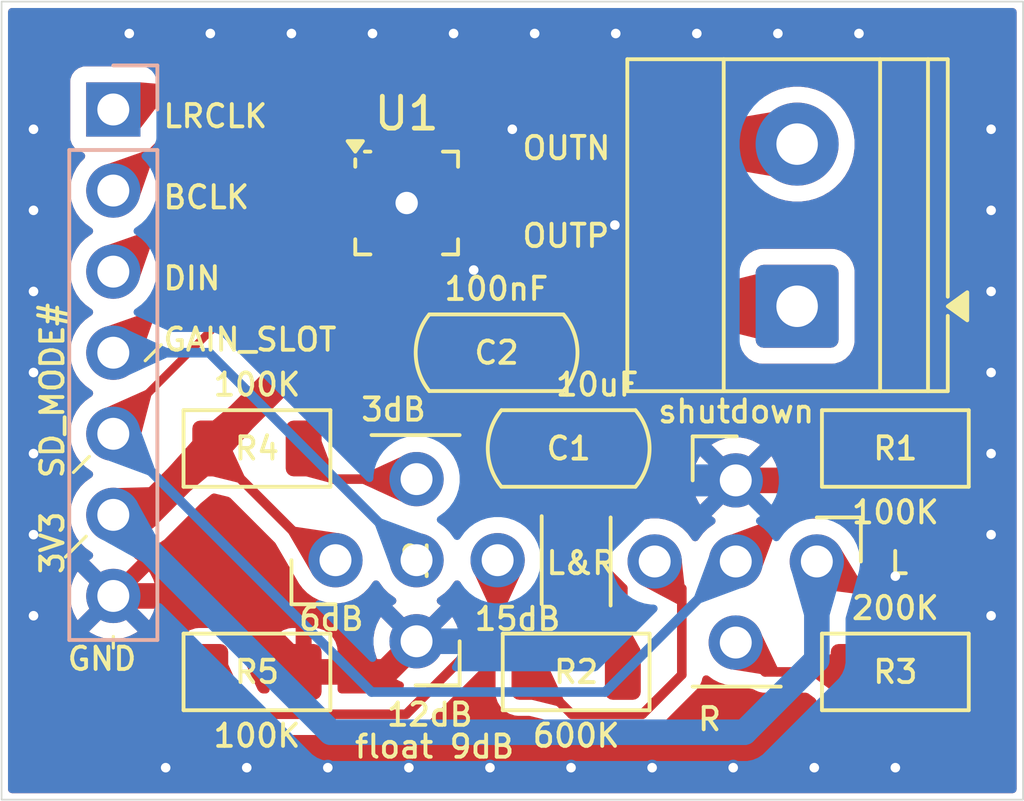
<source format=kicad_pcb>
(kicad_pcb (version 20241229) (generator "pcbnew") (generator_version "9.0")
  (layers (0 "F.Cu" signal) (2 "B.Cu" signal) (13 "F.Paste" user) (15 "B.Paste" user) (5 "F.SilkS" user "F.Silkscreen") (7 "B.SilkS" user "B.Silkscreen") (1 "F.Mask" user) (3 "B.Mask" user) (25 "Edge.Cuts" user))
  (net 0 "")
  (net 1 "GND")
  (net 2 "+3.3V")
  (net 3 "/SD_MODE#")
  (net 4 "/GAIN_SLOT")
  (net 5 "/DIN")
  (net 6 "/BCLK")
  (net 7 "/LRCLK")
  (net 8 "/OUTN")
  (net 9 "/OUTP")
  (net 14 "/lef&right")
  (net 15 "/right")
  (net 16 "/15dB")
  (net 17 "/3dB")
  (footprint "TerminalBlock_Phoenix:TerminalBlock_Phoenix_MKDS-1,5-2-5.08_1x02_P5.08mm_Horizontal" (layer "F.Cu") (at 128.9225 63.545 90)
    (property "Reference" "J4" (hide yes))
    (property "Value" "Conn_01x02" (hide yes))
    (fp_line (start 7.74 -5.32) (end 7.74 4.72) (stroke (width 0.12)) (layer "F.SilkS"))
    (fp_line (start -2.66 -5.32) (end 7.74 -5.32) (stroke (width 0.12)) (layer "F.SilkS"))
    (fp_line (start -2.66 -5.32) (end -2.66 4.72) (stroke (width 0.12)) (layer "F.SilkS"))
    (fp_line (start -2.66 -2.3) (end 7.74 -2.3) (stroke (width 0.12)) (layer "F.SilkS"))
    (fp_line (start -2.66 2.6) (end 7.74 2.6) (stroke (width 0.12)) (layer "F.SilkS"))
    (fp_line (start -2.66 4.1) (end 7.74 4.1) (stroke (width 0.12)) (layer "F.SilkS"))
    (fp_line (start 0.3 4.72) (end 7.74 4.72) (stroke (width 0.12)) (layer "F.SilkS"))
    (fp_line (start -2.66 4.72) (end -0.3 4.72) (stroke (width 0.12)) (layer "F.SilkS"))
    (fp_poly (pts (xy 0 4.72) (xy 0.44 5.33) (xy -0.44 5.33)) (stroke (width 0.12)) (fill yes) (layer "F.SilkS"))
    (pad "1" thru_hole roundrect (at 0 0 90) (size 2.6 2.6) (drill 1.3) (layers "*.Cu" "*.Mask") (roundrect_rratio 0.096154) (net 9 "/OUTP"))
    (pad "2" thru_hole circle (at 5.08 0 90) (size 2.6 2.6) (drill 1.3) (layers "*.Cu" "*.Mask") (net 8 "/OUTN"))
  )
  (footprint "PCM_Capacitor_SMD_AKL:C_1206_3216Metric" (layer "F.Cu") (at 121.758038 68)
    (property "Reference" "C1" (at 0.007668 0 0) (layer "F.SilkS") (effects (font (size 0.7 0.7) (thickness 0.12))))
    (property "Value" "10uF" (at 0.9 -2 0) (layer "F.SilkS") (effects (font (size 0.7 0.7) (thickness 0.12))))
    (fp_line (start -2.1 1.2) (end 2.1 1.2) (stroke (width 0.12)) (layer "F.SilkS"))
    (fp_line (start 2.1 -1.2) (end -2.1 -1.2) (stroke (width 0.12)) (layer "F.SilkS"))
    (fp_arc (start -2.1 1.2) (mid -2.526625 0) (end -2.1 -1.2) (stroke (width 0.12)) (layer "F.SilkS"))
    (fp_arc (start 2.1 -1.2) (mid 2.541962 0) (end 2.1 1.2) (stroke (width 0.12)) (layer "F.SilkS"))
    (pad "1" smd roundrect (at -1.475 0) (size 1.15 1.8) (layers "F.Cu" "F.Mask" "F.Paste") (roundrect_rratio 0.217391) (net 2 "+3.3V"))
    (pad "2" smd roundrect (at 1.475 0) (size 1.15 1.8) (layers "F.Cu" "F.Mask" "F.Paste") (roundrect_rratio 0.217391) (net 1 "GND"))
  )
  (footprint "Library:PinHeader_1x03_P2.54mm_Vertical" (layer "F.Cu") (at 117 71.5 90)
    (property "Reference" "J2" (at 0 0 90) (layer "F.SilkS") (effects (font (size 0.7 0.7) (thickness 0.12))))
    (property "Value" "Conn_01x05" (hide yes))
    (fp_line (start -1.38 -3.92) (end 0 -3.92) (stroke (width 0.12)) (layer "F.SilkS"))
    (fp_line (start -1.38 -2.54) (end -1.38 -3.92) (stroke (width 0.12)) (layer "F.SilkS"))
    (fp_line (start 3.92 1.35) (end 3.92 -1.41) (stroke (width 0.12)) (layer "F.SilkS"))
    (fp_line (start -2.54 1.35) (end -3.92 1.35) (stroke (width 0.12)) (layer "F.SilkS"))
    (fp_line (start -3.92 1.35) (end -3.92 -0.03) (stroke (width 0.12)) (layer "F.SilkS"))
    (fp_line (start -1.38 3.92) (end 1.38 3.92) (stroke (width 0.12)) (layer "F.SilkS"))
    (pad "1" thru_hole circle (at 0 0 180) (size 1.7 1.7) (drill 1) (layers "*.Cu" "*.Mask") (net 4 "/GAIN_SLOT"))
    (pad "2" thru_hole circle (at 0 -2.54 90) (size 1.7 1.7) (drill 1) (layers "*.Cu" "*.Mask") (net 2 "+3.3V"))
    (pad "3" thru_hole circle (at 2.54 0 180) (size 1.7 1.7) (drill 1) (layers "*.Cu" "*.Mask") (net 17 "/3dB"))
    (pad "4" thru_hole circle (at 0 2.54 90) (size 1.7 1.7) (drill 1) (layers "*.Cu" "*.Mask") (net 16 "/15dB"))
    (pad "5" thru_hole circle (at -2.54 0 180) (size 1.7 1.7) (drill 1) (layers "*.Cu" "*.Mask") (net 1 "GND"))
  )
  (footprint "PCM_Capacitor_SMD_AKL:C_1206_3216Metric" (layer "F.Cu") (at 119.5 65)
    (property "Reference" "C2" (at 0.007668 0 0) (layer "F.SilkS") (effects (font (size 0.7 0.7) (thickness 0.12))))
    (property "Value" "100nF" (at 0 -2 0) (layer "F.SilkS") (effects (font (size 0.7 0.7) (thickness 0.12))))
    (fp_line (start -2.1 1.2) (end 2.1 1.2) (stroke (width 0.12)) (layer "F.SilkS"))
    (fp_line (start 2.1 -1.2) (end -2.1 -1.2) (stroke (width 0.12)) (layer "F.SilkS"))
    (fp_arc (start -2.1 1.2) (mid -2.526625 0) (end -2.1 -1.2) (stroke (width 0.12)) (layer "F.SilkS"))
    (fp_arc (start 2.1 -1.2) (mid 2.541962 0) (end 2.1 1.2) (stroke (width 0.12)) (layer "F.SilkS"))
    (pad "1" smd roundrect (at -1.475 0) (size 1.15 1.8) (layers "F.Cu" "F.Mask" "F.Paste") (roundrect_rratio 0.217391) (net 2 "+3.3V"))
    (pad "2" smd roundrect (at 1.475 0) (size 1.15 1.8) (layers "F.Cu" "F.Mask" "F.Paste") (roundrect_rratio 0.217391) (net 1 "GND"))
  )
  (footprint "Library:TQFN-16-1EP_3x3mm_P0.5mm_EP1.23x1.23mm" (layer "F.Cu") (at 116.69 60.31)
    (property "Reference" "U1" (at 0 -2.8 0) (layer "F.SilkS"))
    (property "Value" "MAX98357A")
    (fp_line (start -1.61 -1.135) (end -1.61 -1.37) (stroke (width 0.12)) (layer "F.SilkS"))
    (fp_line (start -1.61 1.61) (end -1.61 1.135) (stroke (width 0.12)) (layer "F.SilkS"))
    (fp_line (start -1.135 -1.61) (end -1.31 -1.61) (stroke (width 0.12)) (layer "F.SilkS"))
    (fp_line (start -1.135 1.61) (end -1.61 1.61) (stroke (width 0.12)) (layer "F.SilkS"))
    (fp_line (start 1.135 -1.61) (end 1.61 -1.61) (stroke (width 0.12)) (layer "F.SilkS"))
    (fp_line (start 1.135 1.61) (end 1.61 1.61) (stroke (width 0.12)) (layer "F.SilkS"))
    (fp_line (start 1.61 -1.61) (end 1.61 -1.135) (stroke (width 0.12)) (layer "F.SilkS"))
    (fp_line (start 1.61 1.61) (end 1.61 1.135) (stroke (width 0.12)) (layer "F.SilkS"))
    (fp_poly (pts (xy -1.61 -1.61) (xy -1.85 -1.94) (xy -1.37 -1.94)) (stroke (width 0.12)) (fill yes) (layer "F.SilkS"))
    (pad "1" smd roundrect (at -1.9375 -0.75) (size 1.825 0.25) (layers "F.Cu" "F.Mask" "F.Paste") (net 5 "/DIN"))
    (pad "2" smd roundrect (at -1.9375 -0.25) (size 1.825 0.25) (layers "F.Cu" "F.Mask" "F.Paste") (net 4 "/GAIN_SLOT"))
    (pad "3" smd roundrect (at -1.9375 0.25) (size 1.825 0.25) (layers "F.Cu" "F.Mask" "F.Paste") (net 1 "GND"))
    (pad "4" smd roundrect (at -1.9375 0.75) (size 1.825 0.25) (layers "F.Cu" "F.Mask" "F.Paste") (net 3 "/SD_MODE#"))
    (pad "5" smd roundrect (at -0.75 1.9375) (size 0.25 1.825) (layers "F.Cu" "F.Mask" "F.Paste"))
    (pad "6" smd roundrect (at -0.25 1.9375) (size 0.25 1.825) (layers "F.Cu" "F.Mask" "F.Paste"))
    (pad "7" smd roundrect (at 0.25 1.9375) (size 0.25 1.825) (layers "F.Cu" "F.Mask" "F.Paste") (net 2 "+3.3V"))
    (pad "8" smd roundrect (at 0.75 1.9375) (size 0.25 1.825) (layers "F.Cu" "F.Mask" "F.Paste") (net 2 "+3.3V"))
    (pad "9" smd roundrect (at 1.9375 0.75) (size 1.825 0.25) (layers "F.Cu" "F.Mask" "F.Paste") (net 9 "/OUTP"))
    (pad "10" smd roundrect (at 1.9375 0.25) (size 1.825 0.25) (layers "F.Cu" "F.Mask" "F.Paste") (net 8 "/OUTN"))
    (pad "11" smd roundrect (at 1.9375 -0.25) (size 1.825 0.25) (layers "F.Cu" "F.Mask" "F.Paste") (net 1 "GND"))
    (pad "12" smd roundrect (at 1.9375 -0.75) (size 1.825 0.25) (layers "F.Cu" "F.Mask" "F.Paste"))
    (pad "13" smd roundrect (at 0.75 -1.9375) (size 0.25 1.825) (layers "F.Cu" "F.Mask" "F.Paste"))
    (pad "14" smd roundrect (at 0.25 -1.9375) (size 0.25 1.825) (layers "F.Cu" "F.Mask" "F.Paste") (net 7 "/LRCLK"))
    (pad "15" smd roundrect (at -0.25 -1.9375) (size 0.25 1.825) (layers "F.Cu" "F.Mask" "F.Paste") (net 1 "GND"))
    (pad "16" smd roundrect (at -0.75 -1.9375) (size 0.25 1.825) (layers "F.Cu" "F.Mask" "F.Paste") (net 6 "/BCLK"))
    (pad "17" thru_hole circle (at 0 0) (size 0.8 0.8) (drill 0.5) (property pad_prop_heatsink) (layers "*.Cu") (net 1 "GND"))
    (pad "17" smd rect (at 0 0) (size 1.23 1.23) (property pad_prop_heatsink) (layers "F.Cu" "F.Mask") (net 1 "GND"))
  )
  (footprint "PCM_Resistor_SMD_AKL:R_1206_3216Metric" (layer "F.Cu") (at 132 75 180)
    (property "Reference" "R3" (at 0 0 0) (layer "F.SilkS") (effects (font (size 0.7 0.7) (thickness 0.12))))
    (property "Value" "200K" (at 0 2 0) (layer "F.SilkS") (effects (font (size 0.7 0.7) (thickness 0.12))))
    (fp_line (start 2.3 1.2) (end 2.3 -1.2) (stroke (width 0.12)) (layer "F.SilkS"))
    (fp_line (start 2.3 -1.2) (end -2.3 -1.2) (stroke (width 0.12)) (layer "F.SilkS"))
    (fp_line (start -2.3 1.2) (end 2.3 1.2) (stroke (width 0.12)) (layer "F.SilkS"))
    (fp_line (start -2.3 -1.2) (end -2.3 1.2) (stroke (width 0.12)) (layer "F.SilkS"))
    (pad "1" smd roundrect (at -1.4625 0 180) (size 1.125 1.75) (layers "F.Cu" "F.Mask" "F.Paste") (roundrect_rratio 0.222222) (net 2 "+3.3V"))
    (pad "2" smd roundrect (at 1.4625 0 180) (size 1.125 1.75) (layers "F.Cu" "F.Mask" "F.Paste") (roundrect_rratio 0.222222) (net 15 "/right"))
  )
  (footprint "PCM_Resistor_SMD_AKL:R_1206_3216Metric" (layer "F.Cu") (at 132 68)
    (property "Reference" "R1" (at 0 0 0) (layer "F.SilkS") (effects (font (size 0.7 0.7) (thickness 0.12))))
    (property "Value" "100K" (at 0 2 0) (layer "F.SilkS") (effects (font (size 0.7 0.7) (thickness 0.12))))
    (fp_line (start -2.3 -1.2) (end -2.3 1.2) (stroke (width 0.12)) (layer "F.SilkS"))
    (fp_line (start -2.3 1.2) (end 2.3 1.2) (stroke (width 0.12)) (layer "F.SilkS"))
    (fp_line (start 2.3 -1.2) (end -2.3 -1.2) (stroke (width 0.12)) (layer "F.SilkS"))
    (fp_line (start 2.3 1.2) (end 2.3 -1.2) (stroke (width 0.12)) (layer "F.SilkS"))
    (pad "1" smd roundrect (at -1.4625 0) (size 1.125 1.75) (layers "F.Cu" "F.Mask" "F.Paste") (roundrect_rratio 0.222222) (net 1 "GND"))
    (pad "2" smd roundrect (at 1.4625 0) (size 1.125 1.75) (layers "F.Cu" "F.Mask" "F.Paste") (roundrect_rratio 0.222222) (net 3 "/SD_MODE#"))
  )
  (footprint "PCM_Resistor_SMD_AKL:R_1206_3216Metric" (layer "F.Cu") (at 112 75)
    (property "Reference" "R5" (at 0 0 0) (layer "F.SilkS") (effects (font (size 0.7 0.7) (thickness 0.12))))
    (property "Value" "100K" (at 0 2 0) (layer "F.SilkS") (effects (font (size 0.7 0.7) (thickness 0.12))))
    (fp_line (start -2.3 -1.2) (end -2.3 1.2) (stroke (width 0.12)) (layer "F.SilkS"))
    (fp_line (start -2.3 1.2) (end 2.3 1.2) (stroke (width 0.12)) (layer "F.SilkS"))
    (fp_line (start 2.3 -1.2) (end -2.3 -1.2) (stroke (width 0.12)) (layer "F.SilkS"))
    (fp_line (start 2.3 1.2) (end 2.3 -1.2) (stroke (width 0.12)) (layer "F.SilkS"))
    (pad "1" smd roundrect (at -1.4625 0) (size 1.125 1.75) (layers "F.Cu" "F.Mask" "F.Paste") (roundrect_rratio 0.222222) (net 16 "/15dB"))
    (pad "2" smd roundrect (at 1.4625 0) (size 1.125 1.75) (layers "F.Cu" "F.Mask" "F.Paste") (roundrect_rratio 0.222222) (net 1 "GND"))
  )
  (footprint "PCM_Resistor_SMD_AKL:R_1206_3216Metric" (layer "F.Cu") (at 112 68)
    (property "Reference" "R4" (at 0 0 0) (layer "F.SilkS") (effects (font (size 0.7 0.7) (thickness 0.12))))
    (property "Value" "100K" (at 0 -2 0) (layer "F.SilkS") (effects (font (size 0.7 0.7) (thickness 0.12))))
    (fp_line (start -2.3 -1.2) (end -2.3 1.2) (stroke (width 0.12)) (layer "F.SilkS"))
    (fp_line (start -2.3 1.2) (end 2.3 1.2) (stroke (width 0.12)) (layer "F.SilkS"))
    (fp_line (start 2.3 -1.2) (end -2.3 -1.2) (stroke (width 0.12)) (layer "F.SilkS"))
    (fp_line (start 2.3 1.2) (end 2.3 -1.2) (stroke (width 0.12)) (layer "F.SilkS"))
    (pad "1" smd roundrect (at -1.4625 0) (size 1.125 1.75) (layers "F.Cu" "F.Mask" "F.Paste") (roundrect_rratio 0.222222) (net 2 "+3.3V"))
    (pad "2" smd roundrect (at 1.4625 0) (size 1.125 1.75) (layers "F.Cu" "F.Mask" "F.Paste") (roundrect_rratio 0.222222) (net 17 "/3dB"))
  )
  (footprint "PCM_Resistor_SMD_AKL:R_1206_3216Metric" (layer "F.Cu") (at 122 75 180)
    (property "Reference" "R2" (at 0 0 0) (layer "F.SilkS") (effects (font (size 0.7 0.7) (thickness 0.12))))
    (property "Value" "600K" (at 0 -2 0) (layer "F.SilkS") (effects (font (size 0.7 0.7) (thickness 0.12))))
    (fp_line (start 2.3 1.2) (end 2.3 -1.2) (stroke (width 0.12)) (layer "F.SilkS"))
    (fp_line (start 2.3 -1.2) (end -2.3 -1.2) (stroke (width 0.12)) (layer "F.SilkS"))
    (fp_line (start -2.3 1.2) (end 2.3 1.2) (stroke (width 0.12)) (layer "F.SilkS"))
    (fp_line (start -2.3 -1.2) (end -2.3 1.2) (stroke (width 0.12)) (layer "F.SilkS"))
    (pad "1" smd roundrect (at -1.4625 0 180) (size 1.125 1.75) (layers "F.Cu" "F.Mask" "F.Paste") (roundrect_rratio 0.222222) (net 2 "+3.3V"))
    (pad "2" smd roundrect (at 1.4625 0 180) (size 1.125 1.75) (layers "F.Cu" "F.Mask" "F.Paste") (roundrect_rratio 0.222222) (net 14 "/lef&right"))
  )
  (footprint "Library:PinHeader_1x03_P2.54mm_Vertical" (layer "F.Cu") (at 127 71.54 -90)
    (property "Reference" "J1" (hide yes))
    (property "Value" "Conn_01x05" (hide yes))
    (fp_line (start -1.38 3.92) (end 1.38 3.92) (stroke (width 0.12)) (layer "F.SilkS"))
    (fp_line (start -3.92 1.35) (end -3.92 -0.03) (stroke (width 0.12)) (layer "F.SilkS"))
    (fp_line (start -2.54 1.35) (end -3.92 1.35) (stroke (width 0.12)) (layer "F.SilkS"))
    (fp_line (start 3.92 1.35) (end 3.92 -1.41) (stroke (width 0.12)) (layer "F.SilkS"))
    (fp_line (start -1.38 -2.54) (end -1.38 -3.92) (stroke (width 0.12)) (layer "F.SilkS"))
    (fp_line (start -1.38 -3.92) (end 0 -3.92) (stroke (width 0.12)) (layer "F.SilkS"))
    (pad "1" thru_hole circle (at 0 0) (size 1.7 1.7) (drill 1) (layers "*.Cu" "*.Mask") (net 3 "/SD_MODE#"))
    (pad "2" thru_hole circle (at 0 -2.54 270) (size 1.7 1.7) (drill 1) (layers "*.Cu" "*.Mask") (net 2 "+3.3V"))
    (pad "3" thru_hole circle (at 2.54 0) (size 1.7 1.7) (drill 1) (layers "*.Cu" "*.Mask") (net 15 "/right"))
    (pad "4" thru_hole circle (at 0 2.54 270) (size 1.7 1.7) (drill 1) (layers "*.Cu" "*.Mask") (net 14 "/lef&right"))
    (pad "5" thru_hole circle (at -2.54 0) (size 1.7 1.7) (drill 1) (layers "*.Cu" "*.Mask") (net 1 "GND"))
  )
  (footprint "Connector_PinHeader_2.54mm:PinHeader_1x07_P2.54mm_Vertical" (layer "B.Cu") (at 107.5 57.38 180)
    (property "Reference" "J3" (hide yes))
    (property "Value" "Conn_01x07" (hide yes))
    (fp_line (start 1.38 -1.27) (end 1.38 -16.62) (stroke (width 0.12)) (layer "B.SilkS"))
    (fp_line (start -1.38 1.38) (end 0 1.38) (stroke (width 0.12)) (layer "B.SilkS"))
    (fp_line (start -1.38 0) (end -1.38 1.38) (stroke (width 0.12)) (layer "B.SilkS"))
    (fp_line (start -1.38 -1.27) (end 1.38 -1.27) (stroke (width 0.12)) (layer "B.SilkS"))
    (fp_line (start -1.38 -1.27) (end -1.38 -16.62) (stroke (width 0.12)) (layer "B.SilkS"))
    (fp_line (start -1.38 -16.62) (end 1.38 -16.62) (stroke (width 0.12)) (layer "B.SilkS"))
    (pad "1" thru_hole rect (at 0 0 180) (size 1.7 1.7) (drill 1) (layers "*.Cu" "*.Mask") (net 7 "/LRCLK"))
    (pad "2" thru_hole circle (at 0 -2.54 180) (size 1.7 1.7) (drill 1) (layers "*.Cu" "*.Mask") (net 6 "/BCLK"))
    (pad "3" thru_hole circle (at 0 -5.08 180) (size 1.7 1.7) (drill 1) (layers "*.Cu" "*.Mask") (net 5 "/DIN"))
    (pad "4" thru_hole circle (at 0 -7.62 180) (size 1.7 1.7) (drill 1) (layers "*.Cu" "*.Mask") (net 4 "/GAIN_SLOT"))
    (pad "5" thru_hole circle (at 0 -10.16 180) (size 1.7 1.7) (drill 1) (layers "*.Cu" "*.Mask") (net 3 "/SD_MODE#"))
    (pad "6" thru_hole circle (at 0 -12.7 180) (size 1.7 1.7) (drill 1) (layers "*.Cu" "*.Mask") (net 2 "+3.3V"))
    (pad "7" thru_hole circle (at 0 -15.24 180) (size 1.7 1.7) (drill 1) (layers "*.Cu" "*.Mask") (net 1 "GND"))
  )
  (gr_rect (start 114.59 58.21) (end 118.79 62.41) (stroke (width 0.2)) (fill yes) (layer "B.Cu") (net 1))
  (gr_line (start 107.5 73.89) (end 107.5 74.25) (stroke (width 0.1)) (layer "F.SilkS"))
  (gr_line (start 108.5 65.25) (end 109 64.75) (stroke (width 0.1)) (layer "F.SilkS"))
  (gr_line (start 106.75 68.25) (end 106.25 68.75) (stroke (width 0.1)) (layer "F.SilkS"))
  (gr_line (start 106.65 70.75) (end 106 71.4) (stroke (width 0.1)) (layer "F.SilkS"))
  (gr_rect (start 104 54) (end 136 79) (stroke (width 0.05)) (fill no) (layer "Edge.Cuts"))
  (gr_text "15dB" (at 118.75 73.75 0) (layer "F.SilkS") (effects (font (size 0.7 0.7) (thickness 0.12) (bold yes)) (justify left bottom)))
  (gr_text "BCLK\n" (at 109 60.54 0) (layer "F.SilkS") (effects (font (size 0.7 0.7) (thickness 0.12) (bold yes)) (justify left bottom)))
  (gr_text "GAIN_SLOT" (at 109 65 0) (layer "F.SilkS") (effects (font (size 0.7 0.7) (thickness 0.12) (bold yes)) (justify left bottom)))
  (gr_text "L&R" (at 121 72 0) (layer "F.SilkS") (effects (font (size 0.7 0.7) (thickness 0.12) (bold yes)) (justify left bottom)))
  (gr_text "GND" (at 106 75 0) (layer "F.SilkS") (effects (font (size 0.7 0.7) (thickness 0.12) (bold yes)) (justify left bottom)))
  (gr_text "OUTN\n" (at 120.25 59 0) (layer "F.SilkS") (effects (font (size 0.7 0.7) (thickness 0.12) (bold yes)) (justify left bottom)))
  (gr_text "L" (at 131.75 72 0) (layer "F.SilkS") (effects (font (size 0.7 0.7) (thickness 0.12) (bold yes)) (justify left bottom)))
  (gr_text "6dB" (at 113.25 73.75 0) (layer "F.SilkS") (effects (font (size 0.7 0.7) (thickness 0.12) (bold yes)) (justify left bottom)))
  (gr_text "3dB" (at 115.2 67.19 0) (layer "F.SilkS") (effects (font (size 0.7 0.7) (thickness 0.12) (bold yes)) (justify left bottom)))
  (gr_text "DIN" (at 109 63.08 0) (layer "F.SilkS") (effects (font (size 0.7 0.7) (thickness 0.12) (bold yes)) (justify left bottom)))
  (gr_text "SD_MODE#\n" (at 106 69 90) (layer "F.SilkS") (effects (font (size 0.7 0.7) (thickness 0.12) (bold yes)) (justify left bottom)))
  (gr_text "float 9dB" (at 115 77.75 0) (layer "F.SilkS") (effects (font (size 0.7 0.7) (thickness 0.12) (bold yes)) (justify left bottom)))
  (gr_text "3V3\n" (at 106 72 90) (layer "F.SilkS") (effects (font (size 0.7 0.7) (thickness 0.12) (bold yes)) (justify left bottom)))
  (gr_text "OUTP\n" (at 120.25 61.75 0) (layer "F.SilkS") (effects (font (size 0.7 0.7) (thickness 0.12) (bold yes)) (justify left bottom)))
  (gr_text "shutdown\n" (at 124.5 67.25 0) (layer "F.SilkS") (effects (font (size 0.7 0.7) (thickness 0.12) (bold yes)) (justify left bottom)))
  (gr_text "R" (at 125.75 76.89 0) (layer "F.SilkS") (effects (font (size 0.7 0.7) (thickness 0.12) (bold yes)) (justify left bottom)))
  (gr_text "LRCLK" (at 109 58 0) (layer "F.SilkS") (effects (font (size 0.7 0.7) (thickness 0.12) (bold yes)) (justify left bottom)))
  (gr_text "12dB" (at 116 76.75 0) (layer "F.SilkS") (effects (font (size 0.7 0.7) (thickness 0.12) (bold yes)) (justify left bottom)))
  (segment (start 123.233038 68) (end 123.233038 67.258038) (width 0.8) (layer "F.Cu") (net 1))
  (segment (start 115.2525 60.56) (end 116.44 60.56) (width 0.25) (layer "F.Cu") (net 1))
  (segment (start 116.94 60.06) (end 116.69 60.31) (width 0.25) (layer "F.Cu") (net 1))
  (segment (start 116.44 58.8725) (end 116.44 60.06) (width 0.25) (layer "F.Cu") (net 1))
  (segment (start 116.04 75) (end 117 74.04) (width 0.8) (layer "F.Cu") (net 1))
  (segment (start 107.5 72.62) (end 111.0825 72.62) (width 0.8) (layer "F.Cu") (net 1))
  (segment (start 118.1275 60.06) (end 116.94 60.06) (width 0.25) (layer "F.Cu") (net 1))
  (segment (start 119.591154 60.06) (end 120 59.651154) (width 0.25) (layer "F.Cu") (net 1))
  (segment (start 120 59.651154) (end 120 58) (width 0.25) (layer "F.Cu") (net 1))
  (segment (start 129.5375 69) (end 130.5375 68) (width 0.8) (layer "F.Cu") (net 1))
  (segment (start 127 69) (end 124.233038 69) (width 0.8) (layer "F.Cu") (net 1))
  (segment (start 116.44 60.06) (end 116.69 60.31) (width 0.25) (layer "F.Cu") (net 1))
  (segment (start 116.44 60.56) (end 116.69 60.31) (width 0.25) (layer "F.Cu") (net 1))
  (segment (start 118.6275 60.06) (end 119.591154 60.06) (width 0.25) (layer "F.Cu") (net 1))
  (segment (start 111.0825 72.62) (end 113.4625 75) (width 0.8) (layer "F.Cu") (net 1))
  (segment (start 127 69) (end 129.5375 69) (width 0.8) (layer "F.Cu") (net 1))
  (segment (start 123.233038 67.258038) (end 120.975 65) (width 0.8) (layer "F.Cu") (net 1))
  (segment (start 124.233038 69) (end 123.233038 68) (width 0.8) (layer "F.Cu") (net 1))
  (segment (start 113.4625 75) (end 116.04 75) (width 0.8) (layer "F.Cu") (net 1))
  (via (at 105 63.08) (size 0.5) (drill 0.3) (layers "F.Cu" "B.Cu") (net 1))
  (via (at 118.16 55) (size 0.5) (drill 0.3) (layers "F.Cu" "B.Cu") (net 1))
  (via (at 105 70.7) (size 0.5) (drill 0.3) (layers "F.Cu" "B.Cu") (net 1))
  (via (at 108 55) (size 0.5) (drill 0.3) (layers "F.Cu" "B.Cu") (net 1))
  (via (at 119.3 78) (size 0.5) (drill 0.3) (layers "F.Cu" "B.Cu") (net 1))
  (via (at 111.68 78) (size 0.5) (drill 0.3) (layers "F.Cu" "B.Cu") (net 1))
  (via (at 124.38 78) (size 0.5) (drill 0.3) (layers "F.Cu" "B.Cu") (net 1))
  (via (at 135 68.16) (size 0.5) (drill 0.3) (layers "F.Cu" "B.Cu") (net 1))
  (via (at 132 72) (size 0.5) (drill 0.3) (layers "F.Cu" "B.Cu") (net 1))
  (via (at 135 70.7) (size 0.5) (drill 0.3) (layers "F.Cu" "B.Cu") (net 1))
  (via (at 125.78 55) (size 0.5) (drill 0.3) (layers "F.Cu" "B.Cu") (net 1))
  (via (at 130.86 55) (size 0.5) (drill 0.3) (layers "F.Cu" "B.Cu") (net 1))
  (via (at 105 58) (size 0.5) (drill 0.3) (layers "F.Cu" "B.Cu") (net 1))
  (via (at 135 73.24) (size 0.5) (drill 0.3) (layers "F.Cu" "B.Cu") (net 1))
  (via (at 120 58) (size 0.5) (drill 0.3) (layers "F.Cu" "B.Cu") (net 1))
  (via (at 135 63.08) (size 0.5) (drill 0.3) (layers "F.Cu" "B.Cu") (net 1))
  (via (at 105 73.24) (size 0.5) (drill 0.3) (layers "F.Cu" "B.Cu") (net 1))
  (via (at 116.69 60.31) (size 1.1) (drill 0.7) (layers "F.Cu" "B.Cu") (net 1))
  (via (at 135 60.54) (size 0.5) (drill 0.3) (layers "F.Cu" "B.Cu") (net 1))
  (via (at 120.7 55) (size 0.5) (drill 0.3) (layers "F.Cu" "B.Cu") (net 1))
  (via (at 116.76 78) (size 0.5) (drill 0.3) (layers "F.Cu" "B.Cu") (net 1))
  (via (at 118.79 62.41) (size 0.5) (drill 0.3) (layers "F.Cu" "B.Cu") (net 1))
  (via (at 109.14 78) (size 0.5) (drill 0.3) (layers "F.Cu" "B.Cu") (net 1))
  (via (at 126.92 78) (size 0.5) (drill 0.3) (layers "F.Cu" "B.Cu") (net 1))
  (via (at 135 58) (size 0.5) (drill 0.3) (layers "F.Cu" "B.Cu") (net 1))
  (via (at 123.24 55) (size 0.5) (drill 0.3) (layers "F.Cu" "B.Cu") (net 1))
  (via (at 114.22 78) (size 0.5) (drill 0.3) (layers "F.Cu" "B.Cu") (net 1))
  (via (at 105 68.16) (size 0.5) (drill 0.3) (layers "F.Cu" "B.Cu") (net 1))
  (via (at 132 78) (size 0.5) (drill 0.3) (layers "F.Cu" "B.Cu") (net 1))
  (via (at 115.62 55) (size 0.5) (drill 0.3) (layers "F.Cu" "B.Cu") (net 1))
  (via (at 135 65.62) (size 0.5) (drill 0.3) (layers "F.Cu" "B.Cu") (net 1))
  (via (at 110.54 55) (size 0.5) (drill 0.3) (layers "F.Cu" "B.Cu") (net 1))
  (via (at 121.84 78) (size 0.5) (drill 0.3) (layers "F.Cu" "B.Cu") (net 1))
  (via (at 129.46 78) (size 0.5) (drill 0.3) (layers "F.Cu" "B.Cu") (net 1))
  (via (at 128.32 55) (size 0.5) (drill 0.3) (layers "F.Cu" "B.Cu") (net 1))
  (via (at 113.08 55) (size 0.5) (drill 0.3) (layers "F.Cu" "B.Cu") (net 1))
  (via (at 123.2125 61) (size 0.5) (drill 0.3) (layers "F.Cu" "B.Cu") (net 1))
  (via (at 105 60.54) (size 0.5) (drill 0.3) (layers "F.Cu" "B.Cu") (net 1))
  (via (at 105 65.62) (size 0.5) (drill 0.3) (layers "F.Cu" "B.Cu") (net 1))
  (segment (start 116.69 60.96) (end 124.73 69) (width 1) (layer "B.Cu") (net 1))
  (segment (start 117 74.04) (end 119.766554 74.04) (width 0.8) (layer "B.Cu") (net 1))
  (segment (start 124.806554 69) (end 127 69) (width 0.8) (layer "B.Cu") (net 1))
  (segment (start 124.73 69) (end 127 69) (width 1) (layer "B.Cu") (net 1))
  (segment (start 116.69 60.31) (end 116.69 60.96) (width 1) (layer "B.Cu") (net 1))
  (segment (start 119.766554 74.04) (end 124.806554 69) (width 0.8) (layer "B.Cu") (net 1))
  (segment (start 130.0025 71.54) (end 129.54 71.54) (width 0.3) (layer "F.Cu") (net 2))
  (segment (start 116.94 63.915) (end 118.025 65) (width 0.25) (layer "F.Cu") (net 2))
  (segment (start 118.025 65) (end 118.025 65.741962) (width 1) (layer "F.Cu") (net 2))
  (segment (start 117.44 64.415) (end 118.025 65) (width 0.25) (layer "F.Cu") (net 2))
  (segment (start 113.5375 65) (end 118.025 65) (width 1) (layer "F.Cu") (net 2))
  (segment (start 118.025 65) (end 117.18 64.155) (width 0.5) (layer "F.Cu") (net 2))
  (segment (start 116.94 61.7475) (end 116.94 63.915) (width 0.25) (layer "F.Cu") (net 2))
  (segment (start 117.44 61.7475) (end 117.44 64.415) (width 0.25) (layer "F.Cu") (net 2))
  (segment (start 123.4625 75) (end 123.4625 72.382392) (width 0.3) (layer "F.Cu") (net 2))
  (segment (start 123.4625 72.382392) (end 120.283038 69.20293) (width 0.3) (layer "F.Cu") (net 2))
  (segment (start 120.283038 69.20293) (end 120.283038 68) (width 0.3) (layer "F.Cu") (net 2))
  (segment (start 110.5375 68) (end 113.5375 65) (width 1) (layer "F.Cu") (net 2))
  (segment (start 133.4625 75) (end 130.0025 71.54) (width 0.3) (layer "F.Cu") (net 2))
  (segment (start 114.0375 71.5) (end 114.46 71.5) (width 0.3) (layer "F.Cu") (net 2))
  (segment (start 110.5375 68) (end 114.0375 71.5) (width 0.3) (layer "F.Cu") (net 2))
  (segment (start 117.18 63.48) (end 117.2 63.46) (width 0.5) (layer "F.Cu") (net 2))
  (segment (start 108.4575 70.08) (end 110.5375 68) (width 1) (layer "F.Cu") (net 2))
  (segment (start 118.025 65.741962) (end 120.283038 68) (width 1) (layer "F.Cu") (net 2))
  (segment (start 107.5 70.08) (end 108.4575 70.08) (width 1) (layer "F.Cu") (net 2))
  (segment (start 117.18 64.155) (end 117.18 63.48) (width 0.5) (layer "F.Cu") (net 2))
  (segment (start 129.54 74.62) (end 129.54 71.54) (width 0.8) (layer "B.Cu") (net 2))
  (segment (start 114.31 76.89) (end 127.27 76.89) (width 0.8) (layer "B.Cu") (net 2))
  (segment (start 107.5 70.08) (end 114.31 76.89) (width 0.8) (layer "B.Cu") (net 2))
  (segment (start 127.27 76.89) (end 129.54 74.62) (width 0.8) (layer "B.Cu") (net 2))
  (segment (start 114.7525 61.06) (end 113.8 61.06) (width 0.25) (layer "F.Cu") (net 3))
  (segment (start 127 71.54) (end 128.49 70.05) (width 0.3) (layer "F.Cu") (net 3))
  (segment (start 128.49 70.05) (end 131.4125 70.05) (width 0.3) (layer "F.Cu") (net 3))
  (segment (start 107.5 67.36) (end 107.5 67.54) (width 0.25) (layer "F.Cu") (net 3))
  (segment (start 113.8 61.06) (end 107.5 67.36) (width 0.25) (layer "F.Cu") (net 3))
  (segment (start 131.4125 70.05) (end 133.4625 68) (width 0.3) (layer "F.Cu") (net 3))
  (segment (start 127 71.54) (end 122.91 75.63) (width 0.3) (layer "B.Cu") (net 3))
  (segment (start 122.91 75.63) (end 115.59 75.63) (width 0.3) (layer "B.Cu") (net 3))
  (segment (start 115.59 75.63) (end 107.5 67.54) (width 0.3) (layer "B.Cu") (net 3))
  (segment (start 112.44 60.06) (end 107.5 65) (width 0.25) (layer "F.Cu") (net 4))
  (segment (start 115.2525 60.06) (end 112.44 60.06) (width 0.25) (layer "F.Cu") (net 4))
  (segment (start 117 71.5) (end 110.5 65) (width 0.3) (layer "B.Cu") (net 4))
  (segment (start 110.5 65) (end 107.5 65) (width 0.3) (layer "B.Cu") (net 4))
  (segment (start 110.4 59.56) (end 107.5 62.46) (width 0.25) (layer "F.Cu") (net 5))
  (segment (start 115.2525 59.56) (end 110.4 59.56) (width 0.25) (layer "F.Cu") (net 5))
  (segment (start 115.94 58.3725) (end 109.0475 58.3725) (width 0.25) (layer "F.Cu") (net 6))
  (segment (start 109.0475 58.3725) (end 107.5 59.92) (width 0.25) (layer "F.Cu") (net 6))
  (segment (start 116.63 56.73) (end 108.15 56.73) (width 0.25) (layer "F.Cu") (net 7))
  (segment (start 116.94 57.04) (end 116.63 56.73) (width 0.25) (layer "F.Cu") (net 7))
  (segment (start 108.15 56.73) (end 107.5 57.38) (width 0.25) (layer "F.Cu") (net 7))
  (segment (start 116.94 58.3725) (end 116.94 57.04) (width 0.25) (layer "F.Cu") (net 7))
  (segment (start 120.39 60.56) (end 121.46 59.49) (width 0.25) (layer "F.Cu") (net 8))
  (segment (start 122.485 58.465) (end 121.46 59.49) (width 1.5) (layer "F.Cu") (net 8))
  (segment (start 128.9225 58.465) (end 122.485 58.465) (width 1.5) (layer "F.Cu") (net 8))
  (segment (start 120.39 60.56) (end 118.1275 60.56) (width 0.25) (layer "F.Cu") (net 8))
  (segment (start 120.4 61.06) (end 121.4 62.06) (width 0.25) (layer "F.Cu") (net 9))
  (segment (start 122.885 63.545) (end 121.4 62.06) (width 1.5) (layer "F.Cu") (net 9))
  (segment (start 120.4 61.06) (end 118.1275 61.06) (width 0.25) (layer "F.Cu") (net 9))
  (segment (start 128.9225 63.545) (end 122.885 63.545) (width 1.5) (layer "F.Cu") (net 9))
  (segment (start 125.31 72.39) (end 125.31 75.088292) (width 0.3) (layer "F.Cu") (net 14))
  (segment (start 121.8635 76.326) (end 120.5375 75) (width 0.3) (layer "F.Cu") (net 14))
  (segment (start 124.46 71.54) (end 125.31 72.39) (width 0.3) (layer "F.Cu") (net 14))
  (segment (start 124.072292 76.326) (end 121.8635 76.326) (width 0.3) (layer "F.Cu") (net 14))
  (segment (start 125.31 75.088292) (end 124.072292 76.326) (width 0.3) (layer "F.Cu") (net 14))
  (segment (start 127 74.08) (end 127.92 75) (width 0.3) (layer "F.Cu") (net 15))
  (segment (start 127.92 75) (end 130.5375 75) (width 0.3) (layer "F.Cu") (net 15))
  (segment (start 119.54 71.5) (end 119.5 71.5) (width 0.3) (layer "F.Cu") (net 16))
  (segment (start 119.54 73.46) (end 116.674 76.326) (width 0.3) (layer "F.Cu") (net 16))
  (segment (start 119.5 71.5) (end 119.25 71.75) (width 0.3) (layer "F.Cu") (net 16))
  (segment (start 116.674 76.326) (end 111.8635 76.326) (width 0.3) (layer "F.Cu") (net 16))
  (segment (start 111.8635 76.326) (end 110.5375 75) (width 0.3) (layer "F.Cu") (net 16))
  (segment (start 119.54 71.5) (end 119.54 73.46) (width 0.3) (layer "F.Cu") (net 16))
  (segment (start 114.4225 68.96) (end 117 68.96) (width 0.3) (layer "F.Cu") (net 17))
  (segment (start 113.4625 68) (end 114.4225 68.96) (width 0.3) (layer "F.Cu") (net 17))
  (zone (net 1) (net_name "GND") (layers "F.Cu" "B.Cu") (name "GND") (priority 3) (connect_pads (clearance 0.5)) (min_thickness 0.25) (fill yes (thermal_gap 0.5) (thermal_bridge_width 0.5))
    (polygon (pts (xy 104 54) (xy 104 79) (xy 136 79) (xy 136 54)))
  )
)
</source>
